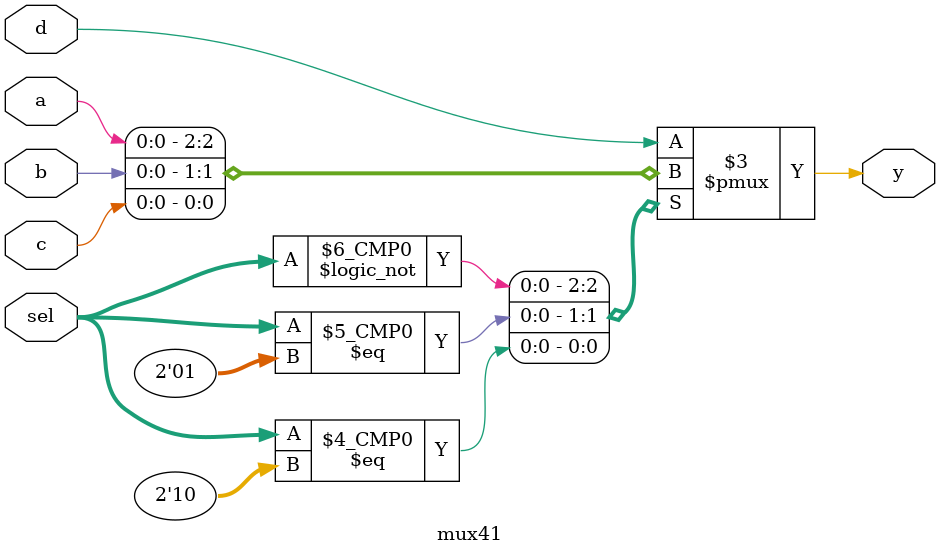
<source format=v>
`timescale 1ns / 1ps


module mux41(
    input a,b,c,d, input[1:0]sel,output reg y
    );
    always@(*)begin
    casez(sel)
    2'b00:y=a;
    2'b01:y=b;
    2'b10:y=c;
    default:y=d;
    endcase
    end
endmodule

</source>
